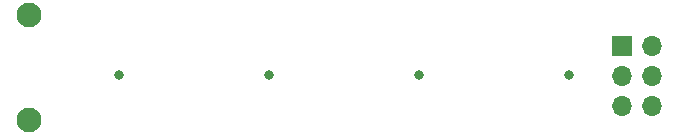
<source format=gbr>
%TF.GenerationSoftware,KiCad,Pcbnew,(6.0.6)*%
%TF.CreationDate,2022-08-04T21:15:32+02:00*%
%TF.ProjectId,Linearsensor,4c696e65-6172-4736-956e-736f722e6b69,rev?*%
%TF.SameCoordinates,Original*%
%TF.FileFunction,Soldermask,Bot*%
%TF.FilePolarity,Negative*%
%FSLAX46Y46*%
G04 Gerber Fmt 4.6, Leading zero omitted, Abs format (unit mm)*
G04 Created by KiCad (PCBNEW (6.0.6)) date 2022-08-04 21:15:32*
%MOMM*%
%LPD*%
G01*
G04 APERTURE LIST*
%ADD10C,2.100000*%
%ADD11R,1.700000X1.700000*%
%ADD12O,1.700000X1.700000*%
%ADD13C,0.800000*%
G04 APERTURE END LIST*
D10*
%TO.C,H2*%
X137160000Y-106680000D03*
%TD*%
%TO.C,H1*%
X137160000Y-97790000D03*
%TD*%
D11*
%TO.C,J2*%
X187390000Y-100345000D03*
D12*
X189930000Y-100345000D03*
X187390000Y-102885000D03*
X189930000Y-102885000D03*
X187390000Y-105425000D03*
X189930000Y-105425000D03*
%TD*%
D13*
X182880000Y-102870000D03*
X170180000Y-102870000D03*
X144780000Y-102870000D03*
X157480000Y-102870000D03*
M02*

</source>
